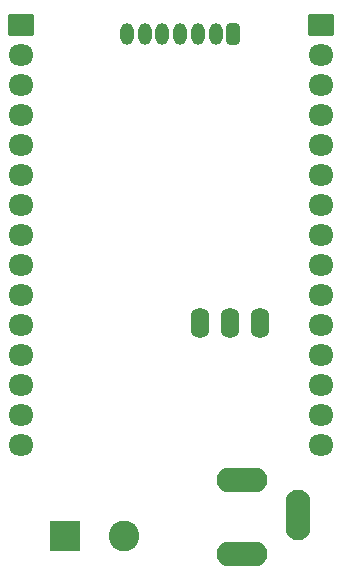
<source format=gbr>
%TF.GenerationSoftware,KiCad,Pcbnew,8.0.9-8.0.9-0~ubuntu24.04.1*%
%TF.CreationDate,2025-09-28T08:38:58-05:00*%
%TF.ProjectId,esp32_doorbot,65737033-325f-4646-9f6f-72626f742e6b,rev?*%
%TF.SameCoordinates,Original*%
%TF.FileFunction,Soldermask,Bot*%
%TF.FilePolarity,Negative*%
%FSLAX46Y46*%
G04 Gerber Fmt 4.6, Leading zero omitted, Abs format (unit mm)*
G04 Created by KiCad (PCBNEW 8.0.9-8.0.9-0~ubuntu24.04.1) date 2025-09-28 08:38:58*
%MOMM*%
%LPD*%
G01*
G04 APERTURE LIST*
G04 Aperture macros list*
%AMRoundRect*
0 Rectangle with rounded corners*
0 $1 Rounding radius*
0 $2 $3 $4 $5 $6 $7 $8 $9 X,Y pos of 4 corners*
0 Add a 4 corners polygon primitive as box body*
4,1,4,$2,$3,$4,$5,$6,$7,$8,$9,$2,$3,0*
0 Add four circle primitives for the rounded corners*
1,1,$1+$1,$2,$3*
1,1,$1+$1,$4,$5*
1,1,$1+$1,$6,$7*
1,1,$1+$1,$8,$9*
0 Add four rect primitives between the rounded corners*
20,1,$1+$1,$2,$3,$4,$5,0*
20,1,$1+$1,$4,$5,$6,$7,0*
20,1,$1+$1,$6,$7,$8,$9,0*
20,1,$1+$1,$8,$9,$2,$3,0*%
G04 Aperture macros list end*
%ADD10RoundRect,0.274660X0.291140X0.641140X-0.291140X0.641140X-0.291140X-0.641140X0.291140X-0.641140X0*%
%ADD11O,1.131600X1.831600*%
%ADD12RoundRect,0.050800X-1.250000X-1.250000X1.250000X-1.250000X1.250000X1.250000X-1.250000X1.250000X0*%
%ADD13C,2.601600*%
%ADD14O,4.301600X2.101600*%
%ADD15O,2.101600X4.301600*%
%ADD16RoundRect,0.050800X-1.016000X-0.863600X1.016000X-0.863600X1.016000X0.863600X-1.016000X0.863600X0*%
%ADD17O,2.133600X1.828800*%
%ADD18O,1.602740X2.600960*%
G04 APERTURE END LIST*
D10*
%TO.C,J1*%
X118000000Y-100800000D03*
D11*
X116500000Y-100800000D03*
X115000000Y-100800000D03*
X113500000Y-100800000D03*
X112000000Y-100800000D03*
X110500000Y-100800000D03*
X109000000Y-100800000D03*
%TD*%
D12*
%TO.C,J2*%
X103750000Y-143256000D03*
D13*
X108750000Y-143256000D03*
%TD*%
D14*
%TO.C,J3*%
X118700000Y-138550000D03*
X118700000Y-144800000D03*
D15*
X123500000Y-141550000D03*
%TD*%
D16*
%TO.C,J4*%
X100000000Y-100000000D03*
D17*
X100000000Y-102540000D03*
X100000000Y-105080000D03*
X100000000Y-107620000D03*
X100000000Y-110160000D03*
X100000000Y-112700000D03*
X100000000Y-115240000D03*
X100000000Y-117780000D03*
X100000000Y-120320000D03*
X100000000Y-122860000D03*
X100000000Y-125400000D03*
X100000000Y-127940000D03*
X100000000Y-130480000D03*
X100000000Y-133020000D03*
X100000000Y-135560000D03*
%TD*%
D16*
%TO.C,J5*%
X125400000Y-100000000D03*
D17*
X125400000Y-102540000D03*
X125400000Y-105080000D03*
X125400000Y-107620000D03*
X125400000Y-110160000D03*
X125400000Y-112700000D03*
X125400000Y-115240000D03*
X125400000Y-117780000D03*
X125400000Y-120320000D03*
X125400000Y-122860000D03*
X125400000Y-125400000D03*
X125400000Y-127940000D03*
X125400000Y-130480000D03*
X125400000Y-133020000D03*
X125400000Y-135560000D03*
%TD*%
D18*
%TO.C,U1*%
X115210000Y-125300000D03*
X117750000Y-125300000D03*
X120290000Y-125300000D03*
%TD*%
M02*

</source>
